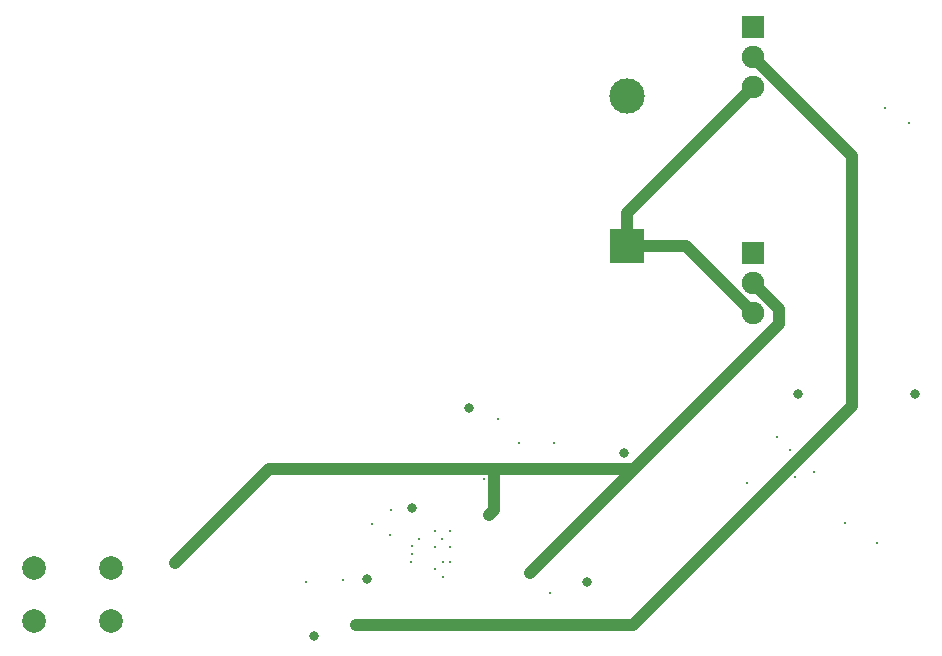
<source format=gbr>
%TF.GenerationSoftware,KiCad,Pcbnew,6.0.9-8da3e8f707~117~ubuntu22.04.1*%
%TF.CreationDate,2022-12-19T03:44:25-03:00*%
%TF.ProjectId,kiproject,6b697072-6f6a-4656-9374-2e6b69636164,rev?*%
%TF.SameCoordinates,Original*%
%TF.FileFunction,Copper,L3,Inr*%
%TF.FilePolarity,Positive*%
%FSLAX46Y46*%
G04 Gerber Fmt 4.6, Leading zero omitted, Abs format (unit mm)*
G04 Created by KiCad (PCBNEW 6.0.9-8da3e8f707~117~ubuntu22.04.1) date 2022-12-19 03:44:25*
%MOMM*%
%LPD*%
G01*
G04 APERTURE LIST*
%TA.AperFunction,ComponentPad*%
%ADD10C,2.000000*%
%TD*%
%TA.AperFunction,ComponentPad*%
%ADD11R,3.000000X3.000000*%
%TD*%
%TA.AperFunction,ComponentPad*%
%ADD12C,3.000000*%
%TD*%
%TA.AperFunction,ComponentPad*%
%ADD13R,1.905000X1.905000*%
%TD*%
%TA.AperFunction,ComponentPad*%
%ADD14C,1.905000*%
%TD*%
%TA.AperFunction,ViaPad*%
%ADD15C,0.800000*%
%TD*%
%TA.AperFunction,ViaPad*%
%ADD16C,0.300000*%
%TD*%
%TA.AperFunction,Conductor*%
%ADD17C,1.000000*%
%TD*%
G04 APERTURE END LIST*
D10*
%TO.N,GND*%
%TO.C,SW1*%
X46177200Y-84552400D03*
X39677200Y-84552400D03*
%TO.N,Net-(R1-Pad2)*%
X39677200Y-89052400D03*
X46177200Y-89052400D03*
%TD*%
D11*
%TO.N,Net-(BT1-Pad1)*%
%TO.C,BT1*%
X89865200Y-57302400D03*
D12*
%TO.N,GND*%
X89865200Y-44602400D03*
%TD*%
D13*
%TO.N,GND*%
%TO.C,U1*%
X100533200Y-57861200D03*
D14*
%TO.N,VDD*%
X100533200Y-60401200D03*
%TO.N,Net-(BT1-Pad1)*%
X100533200Y-62941200D03*
%TD*%
D13*
%TO.N,GND*%
%TO.C,U2*%
X100533200Y-38709600D03*
D14*
%TO.N,VDDA*%
X100533200Y-41249600D03*
%TO.N,Net-(BT1-Pad1)*%
X100533200Y-43789600D03*
%TD*%
D15*
%TO.N,GND*%
X89650000Y-74825000D03*
X86500000Y-85725000D03*
D16*
X80725000Y-73950000D03*
D15*
X63347600Y-90271600D03*
D16*
X73575000Y-81375000D03*
D15*
X104325000Y-69850000D03*
D16*
X74875000Y-81375000D03*
X74900000Y-82725000D03*
D15*
X114250000Y-69850000D03*
D16*
X83700000Y-73950000D03*
D15*
X71625000Y-79425000D03*
X67818000Y-85496400D03*
D16*
X73575000Y-82725000D03*
D15*
X76475000Y-71025000D03*
D16*
%TO.N,RFSW PWR*%
X74250000Y-84000000D03*
X113750200Y-46875200D03*
X105725000Y-76450000D03*
X100050000Y-77325000D03*
%TO.N,Net-(C17-Pad1)*%
X102550000Y-73450000D03*
X111000000Y-82450000D03*
%TO.N,RFO HF*%
X69800000Y-81725000D03*
X62700000Y-85700000D03*
%TO.N,VR PA*%
X71625000Y-82700000D03*
X77725000Y-76975000D03*
%TO.N,RFI HF*%
X108325000Y-80700000D03*
X69900000Y-79650000D03*
%TO.N,PA BOOST*%
X71600000Y-84050000D03*
X71600000Y-84050000D03*
X78975000Y-71925000D03*
%TO.N,TXRX*%
X71625000Y-83325000D03*
X104075000Y-76875000D03*
%TO.N,BAND SEL*%
X74900000Y-84000000D03*
X103650000Y-74525000D03*
%TO.N,XTA*%
X111700000Y-45575000D03*
X74246650Y-85328350D03*
D15*
%TO.N,VDD*%
X78150000Y-80075000D03*
D16*
X83375000Y-86625000D03*
D15*
X81610200Y-84963000D03*
D16*
X73600000Y-84650000D03*
D15*
X51562000Y-84124800D03*
D16*
%TO.N,Net-(C3-Pad1)*%
X65825000Y-85550000D03*
X74225000Y-82050000D03*
D15*
%TO.N,VDDA*%
X66954400Y-89357200D03*
D16*
X72250000Y-82075000D03*
X68300000Y-80825000D03*
%TD*%
D17*
%TO.N,Net-(BT1-Pad1)*%
X89865200Y-54457600D02*
X100533200Y-43789600D01*
X94894400Y-57302400D02*
X100533200Y-62941200D01*
X89865200Y-57302400D02*
X89865200Y-54457600D01*
X89865200Y-57302400D02*
X94894400Y-57302400D01*
%TO.N,VDD*%
X102717600Y-62585600D02*
X100533200Y-60401200D01*
X90449400Y-76123800D02*
X78573800Y-76123800D01*
X90449400Y-76123800D02*
X102717600Y-63855600D01*
X102717600Y-63855600D02*
X102717600Y-62585600D01*
X59551200Y-76123800D02*
X55194200Y-80480800D01*
X78575000Y-76125000D02*
X78575000Y-79650000D01*
X81610200Y-84963000D02*
X90449400Y-76123800D01*
X55194200Y-80492600D02*
X51562000Y-84124800D01*
X78573800Y-76123800D02*
X59551200Y-76123800D01*
X78573800Y-76123800D02*
X78575000Y-76125000D01*
X55194200Y-80480800D02*
X55194200Y-80492600D01*
X78575000Y-79650000D02*
X78150000Y-80075000D01*
%TO.N,VDDA*%
X90373200Y-89357200D02*
X66954400Y-89357200D01*
X108915200Y-70815200D02*
X90373200Y-89357200D01*
X108915200Y-49631600D02*
X108915200Y-70815200D01*
X100533200Y-41249600D02*
X108915200Y-49631600D01*
%TD*%
M02*

</source>
